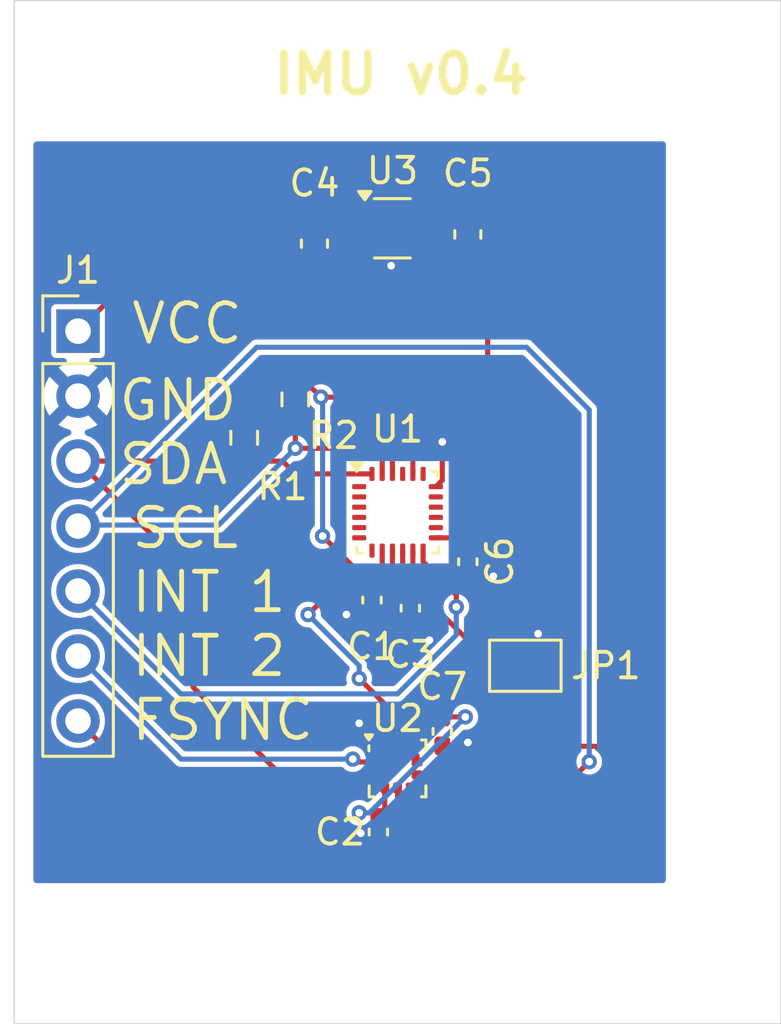
<source format=kicad_pcb>
(kicad_pcb (version 20241229) (generator "pcbnew") (generator_version "9.0")
  (title_block (title "IMU") (date "4/18/25") (rev "0.2"))
  (layers (0 "F.Cu" signal) (2 "B.Cu" signal) (13 "F.Paste" user) (15 "B.Paste" user) (5 "F.SilkS" user "F.Silkscreen") (7 "B.SilkS" user "B.Silkscreen") (1 "F.Mask" user) (3 "B.Mask" user) (25 "Edge.Cuts" user))
  (net 0 "")
  (net 1 "GND")
  (net 2 "/1.8v")
  (net 3 "Net-(U1-REGOUT)")
  (net 4 "Net-(J1-Pin_1)")
  (net 5 "/INT2")
  (net 6 "/FSYNC")
  (net 7 "/INT1")
  (net 22 "/SCL")
  (net 23 "/SDA")
  (footprint "MountingHole:MountingHole_2.7mm_M2.5" (layer "F.Cu") (at 138 117)
    (property "Reference" "REF**" (hide yes))
    (property "Value" "MountingHole_2.7mm_M2.5" (hide yes))
    (pad "" np_thru_hole circle (at 0 0) (size 2.7 2.7) (drill 2.7) (layers "*.Cu" "*.Mask"))
  )
  (footprint "Capacitor_SMD:C_0402_1005Metric_Pad0.74x0.62mm_HandSolder" (layer "F.Cu") (at 150.5 103.75 -90)
    (property "Reference" "C3" (at 1.8175 0 180) (layer "F.SilkS"))
    (property "Value" "0.1uf")
    (fp_line (start -0.115835 0.36) (end 0.115835 0.36) (stroke (width 0.12)) (layer "F.SilkS"))
    (fp_line (start -0.115835 -0.36) (end 0.115835 -0.36) (stroke (width 0.12)) (layer "F.SilkS"))
    (pad "1" smd roundrect (at -0.5675 0 270) (size 0.735 0.62) (layers "F.Cu" "F.Mask" "F.Paste") (net 3 "Net-(U1-REGOUT)"))
    (pad "2" smd roundrect (at 0.5675 0 270) (size 0.735 0.62) (layers "F.Cu" "F.Mask" "F.Paste") (net 1 "GND"))
  )
  (footprint "Jumper:SolderJumper-2_P1.3mm_Open_Pad1.0x1.5mm" (layer "F.Cu") (at 155 106)
    (property "Reference" "JP1" (at 3.15 0 0) (layer "F.SilkS"))
    (property "Value" "SolderJumper_2_Open")
    (fp_line (start -1.4 -1) (end 1.4 -1) (stroke (width 0.12)) (layer "F.SilkS"))
    (fp_line (start -1.4 1) (end -1.4 -1) (stroke (width 0.12)) (layer "F.SilkS"))
    (fp_line (start 1.4 -1) (end 1.4 1) (stroke (width 0.12)) (layer "F.SilkS"))
    (fp_line (start 1.4 1) (end -1.4 1) (stroke (width 0.12)) (layer "F.SilkS"))
    (pad "1" smd rect (at -0.65 0) (size 1 1.5) (layers "F.Cu" "F.Mask") (net 6 "/FSYNC"))
    (pad "2" smd rect (at 0.65 0) (size 1 1.5) (layers "F.Cu" "F.Mask") (net 1 "GND"))
  )
  (footprint "Resistor_SMD:R_0603_1608Metric_Pad0.98x0.95mm_HandSolder" (layer "F.Cu") (at 144 97.0875 -90)
    (property "Reference" "R1" (at 1.9125 -1.5 180) (layer "F.SilkS"))
    (property "Value" "2.2k")
    (fp_line (start -0.254724 0.5225) (end 0.254724 0.5225) (stroke (width 0.12)) (layer "F.SilkS"))
    (fp_line (start -0.254724 -0.5225) (end 0.254724 -0.5225) (stroke (width 0.12)) (layer "F.SilkS"))
    (pad "1" smd roundrect (at -0.9125 0 270) (size 0.975 0.95) (layers "F.Cu" "F.Mask" "F.Paste") (net 2 "/1.8v"))
    (pad "2" smd roundrect (at 0.9125 0 270) (size 0.975 0.95) (layers "F.Cu" "F.Mask" "F.Paste") (net 23 "/SDA"))
  )
  (footprint "Capacitor_SMD:C_0402_1005Metric_Pad0.74x0.62mm_HandSolder" (layer "F.Cu") (at 151.75 108.5675 -90)
    (property "Reference" "C7" (at -1.75 0 180) (layer "F.SilkS"))
    (property "Value" "0.1uf")
    (fp_line (start -0.115835 0.36) (end 0.115835 0.36) (stroke (width 0.12)) (layer "F.SilkS"))
    (fp_line (start -0.115835 -0.36) (end 0.115835 -0.36) (stroke (width 0.12)) (layer "F.SilkS"))
    (pad "1" smd roundrect (at -0.5675 0 270) (size 0.735 0.62) (layers "F.Cu" "F.Mask" "F.Paste") (net 2 "/1.8v"))
    (pad "2" smd roundrect (at 0.5675 0 270) (size 0.735 0.62) (layers "F.Cu" "F.Mask" "F.Paste") (net 1 "GND"))
  )
  (footprint "Connector_PinHeader_2.54mm:PinHeader_1x07_P2.54mm_Vertical" (layer "F.Cu") (at 137.5 92.92)
    (property "Reference" "J1" (at 0 -2.38 0) (layer "F.SilkS"))
    (property "Value" "Pin Bus")
    (fp_line (start -1.38 -1.38) (end 0 -1.38) (stroke (width 0.12)) (layer "F.SilkS"))
    (fp_line (start -1.38 0) (end -1.38 -1.38) (stroke (width 0.12)) (layer "F.SilkS"))
    (fp_line (start -1.38 1.27) (end -1.38 16.62) (stroke (width 0.12)) (layer "F.SilkS"))
    (fp_line (start -1.38 1.27) (end 1.38 1.27) (stroke (width 0.12)) (layer "F.SilkS"))
    (fp_line (start -1.38 16.62) (end 1.38 16.62) (stroke (width 0.12)) (layer "F.SilkS"))
    (fp_line (start 1.38 1.27) (end 1.38 16.62) (stroke (width 0.12)) (layer "F.SilkS"))
    (pad "1" thru_hole rect (at 0 0) (size 1.7 1.7) (drill 1) (layers "*.Cu" "*.Mask") (net 4 "Net-(J1-Pin_1)"))
    (pad "2" thru_hole circle (at 0 2.54) (size 1.7 1.7) (drill 1) (layers "*.Cu" "*.Mask") (net 1 "GND"))
    (pad "3" thru_hole circle (at 0 5.08) (size 1.7 1.7) (drill 1) (layers "*.Cu" "*.Mask") (net 23 "/SDA"))
    (pad "4" thru_hole circle (at 0 7.62) (size 1.7 1.7) (drill 1) (layers "*.Cu" "*.Mask") (net 22 "/SCL"))
    (pad "5" thru_hole circle (at 0 10.16) (size 1.7 1.7) (drill 1) (layers "*.Cu" "*.Mask") (net 7 "/INT1"))
    (pad "6" thru_hole circle (at 0 12.7) (size 1.7 1.7) (drill 1) (layers "*.Cu" "*.Mask") (net 5 "/INT2"))
    (pad "7" thru_hole circle (at 0 15.24) (size 1.7 1.7) (drill 1) (layers "*.Cu" "*.Mask") (net 6 "/FSYNC"))
  )
  (footprint "Capacitor_SMD:C_0402_1005Metric_Pad0.74x0.62mm_HandSolder" (layer "F.Cu") (at 149 103.4325 -90)
    (property "Reference" "C1" (at 1.8175 0 180) (layer "F.SilkS"))
    (property "Value" "0.1uf")
    (fp_line (start -0.115835 0.36) (end 0.115835 0.36) (stroke (width 0.12)) (layer "F.SilkS"))
    (fp_line (start -0.115835 -0.36) (end 0.115835 -0.36) (stroke (width 0.12)) (layer "F.SilkS"))
    (pad "1" smd roundrect (at -0.5675 0 270) (size 0.735 0.62) (layers "F.Cu" "F.Mask" "F.Paste") (net 2 "/1.8v"))
    (pad "2" smd roundrect (at 0.5675 0 270) (size 0.735 0.62) (layers "F.Cu" "F.Mask" "F.Paste") (net 1 "GND"))
  )
  (footprint "MountingHole:MountingHole_2.7mm_M2.5" (layer "F.Cu") (at 162 117)
    (property "Reference" "REF**" (hide yes))
    (property "Value" "MountingHole_2.7mm_M2.5" (hide yes))
    (pad "" np_thru_hole circle (at 0 0) (size 2.7 2.7) (drill 2.7) (layers "*.Cu" "*.Mask"))
  )
  (footprint "Capacitor_SMD:C_0603_1608Metric_Pad1.08x0.95mm_HandSolder" (layer "F.Cu") (at 152.75 89.1375 -90)
    (property "Reference" "C5" (at -2.3875 0 180) (layer "F.SilkS"))
    (property "Value" "1uf")
    (fp_line (start -0.146267 0.51) (end 0.146267 0.51) (stroke (width 0.12)) (layer "F.SilkS"))
    (fp_line (start -0.146267 -0.51) (end 0.146267 -0.51) (stroke (width 0.12)) (layer "F.SilkS"))
    (pad "1" smd roundrect (at -0.8625 0 270) (size 1.075 0.95) (layers "F.Cu" "F.Mask" "F.Paste") (net 2 "/1.8v"))
    (pad "2" smd roundrect (at 0.8625 0 270) (size 1.075 0.95) (layers "F.Cu" "F.Mask" "F.Paste") (net 1 "GND"))
  )
  (footprint "Resistor_SMD:R_0603_1608Metric_Pad0.98x0.95mm_HandSolder" (layer "F.Cu") (at 146 95.5875 -90)
    (property "Reference" "R2" (at 1.4125 -1.5 180) (layer "F.SilkS"))
    (property "Value" "2.2k")
    (fp_line (start -0.254724 0.5225) (end 0.254724 0.5225) (stroke (width 0.12)) (layer "F.SilkS"))
    (fp_line (start -0.254724 -0.5225) (end 0.254724 -0.5225) (stroke (width 0.12)) (layer "F.SilkS"))
    (pad "1" smd roundrect (at -0.9125 0 270) (size 0.975 0.95) (layers "F.Cu" "F.Mask" "F.Paste") (net 2 "/1.8v"))
    (pad "2" smd roundrect (at 0.9125 0 270) (size 0.975 0.95) (layers "F.Cu" "F.Mask" "F.Paste") (net 22 "/SCL"))
  )
  (footprint "MountingHole:MountingHole_2.7mm_M2.5" (layer "F.Cu") (at 162 83)
    (property "Reference" "REF**" (hide yes))
    (property "Value" "MountingHole_2.7mm_M2.5" (hide yes))
    (pad "" np_thru_hole circle (at 0 0) (size 2.7 2.7) (drill 2.7) (layers "*.Cu" "*.Mask"))
  )
  (footprint "Package_TO_SOT_SMD:SOT-353_SC-70-5" (layer "F.Cu") (at 149.8 88.9)
    (property "Reference" "U3" (at 0 -2.25 0) (layer "F.SilkS"))
    (property "Value" "MIC5365-1.8YC5")
    (fp_line (start -0.71 -1.16) (end 0.7 -1.16) (stroke (width 0.12)) (layer "F.SilkS"))
    (fp_line (start -0.7 1.16) (end 0.7 1.16) (stroke (width 0.12)) (layer "F.SilkS"))
    (fp_poly (pts (xy -1.08 -1.11) (xy -1.32 -1.44) (xy -0.84 -1.44) (xy -1.08 -1.11)) (stroke (width 0.12)) (fill yes) (layer "F.SilkS"))
    (pad "1" smd roundrect (at -0.95 -0.65) (size 0.65 0.4) (layers "F.Cu" "F.Mask" "F.Paste") (net 4 "Net-(J1-Pin_1)"))
    (pad "2" smd roundrect (at -0.95 0) (size 0.65 0.4) (layers "F.Cu" "F.Mask" "F.Paste") (net 1 "GND"))
    (pad "3" smd roundrect (at -0.95 0.65) (size 0.65 0.4) (layers "F.Cu" "F.Mask" "F.Paste") (net 4 "Net-(J1-Pin_1)"))
    (pad "4" smd roundrect (at 0.95 0.65) (size 0.65 0.4) (layers "F.Cu" "F.Mask" "F.Paste"))
    (pad "5" smd roundrect (at 0.95 -0.65) (size 0.65 0.4) (layers "F.Cu" "F.Mask" "F.Paste") (net 2 "/1.8v"))
  )
  (footprint "Package_LGA:ST_HLGA-10_2x2mm_P0.5mm_LayoutBorder3x2y" (layer "F.Cu") (at 150 110.0125)
    (property "Reference" "U2" (at 0 -1.95 0) (layer "F.SilkS"))
    (property "Value" "~")
    (fp_line (start -1.12 -0.685) (end -1.12 -0.88) (stroke (width 0.12)) (layer "F.SilkS"))
    (fp_line (start -1.11 1.11) (end -1.11 0.685) (stroke (width 0.12)) (layer "F.SilkS"))
    (fp_line (start -0.935 1.11) (end -1.11 1.11) (stroke (width 0.12)) (layer "F.SilkS"))
    (fp_line (start 0.935 -1.11) (end 1.11 -1.11) (stroke (width 0.12)) (layer "F.SilkS"))
    (fp_line (start 0.935 1.11) (end 1.11 1.11) (stroke (width 0.12)) (layer "F.SilkS"))
    (fp_line (start 1.11 -1.11) (end 1.11 -0.685) (stroke (width 0.12)) (layer "F.SilkS"))
    (fp_line (start 1.11 1.11) (end 1.11 0.685) (stroke (width 0.12)) (layer "F.SilkS"))
    (fp_poly (pts (xy -1.12 -1.12) (xy -1.26 -1.31) (xy -0.98 -1.31)) (stroke (width 0.12)) (fill yes) (layer "F.SilkS"))
    (pad "1" smd roundrect (at 0.7625 -0.25) (size 0.425 0.35) (layers "F.Cu" "F.Mask" "F.Paste") (net 2 "/1.8v"))
    (pad "2" smd roundrect (at 0.7625 0.25) (size 0.425 0.35) (layers "F.Cu" "F.Mask" "F.Paste") (net 22 "/SCL"))
    (pad "3" smd roundrect (at 0.5 0.7625) (size 0.35 0.425) (layers "F.Cu" "F.Mask" "F.Paste"))
    (pad "4" smd roundrect (at 0 0.7625) (size 0.35 0.425) (layers "F.Cu" "F.Mask" "F.Paste") (net 23 "/SDA"))
    (pad "5" smd roundrect (at -0.5 0.7625) (size 0.35 0.425) (layers "F.Cu" "F.Mask" "F.Paste") (net 2 "/1.8v"))
    (pad "6" smd roundrect (at -0.7625 0.25) (size 0.425 0.35) (layers "F.Cu" "F.Mask" "F.Paste") (net 2 "/1.8v"))
    (pad "7" smd roundrect (at -0.7625 -0.25) (size 0.425 0.35) (layers "F.Cu" "F.Mask" "F.Paste") (net 5 "/INT2"))
    (pad "8" smd roundrect (at -0.5 -0.7625) (size 0.35 0.425) (layers "F.Cu" "F.Mask" "F.Paste"))
    (pad "9" smd roundrect (at 0 -0.7625) (size 0.35 0.425) (layers "F.Cu" "F.Mask" "F.Paste"))
    (pad "10" smd roundrect (at 0.5 -0.7625) (size 0.35 0.425) (layers "F.Cu" "F.Mask" "F.Paste") (net 2 "/1.8v"))
  )
  (footprint "Capacitor_SMD:C_0402_1005Metric_Pad0.74x0.62mm_HandSolder" (layer "F.Cu") (at 149.25 112.5 -90)
    (property "Reference" "C2" (at 0 1.5 180) (layer "F.SilkS"))
    (property "Value" "0.1uf")
    (fp_line (start -0.115835 0.36) (end 0.115835 0.36) (stroke (width 0.12)) (layer "F.SilkS"))
    (fp_line (start -0.115835 -0.36) (end 0.115835 -0.36) (stroke (width 0.12)) (layer "F.SilkS"))
    (pad "1" smd roundrect (at -0.5675 0 270) (size 0.735 0.62) (layers "F.Cu" "F.Mask" "F.Paste") (net 2 "/1.8v"))
    (pad "2" smd roundrect (at 0.5675 0 270) (size 0.735 0.62) (layers "F.Cu" "F.Mask" "F.Paste") (net 1 "GND"))
  )
  (footprint "Capacitor_SMD:C_0402_1005Metric_Pad0.74x0.62mm_HandSolder" (layer "F.Cu") (at 152.75 101.9325 -90)
    (property "Reference" "C6" (at 0 -1.25 90) (layer "F.SilkS"))
    (property "Value" "0.1uf")
    (fp_line (start -0.115835 0.36) (end 0.115835 0.36) (stroke (width 0.12)) (layer "F.SilkS"))
    (fp_line (start -0.115835 -0.36) (end 0.115835 -0.36) (stroke (width 0.12)) (layer "F.SilkS"))
    (pad "1" smd roundrect (at -0.5675 0 270) (size 0.735 0.62) (layers "F.Cu" "F.Mask" "F.Paste") (net 2 "/1.8v"))
    (pad "2" smd roundrect (at 0.5675 0 270) (size 0.735 0.62) (layers "F.Cu" "F.Mask" "F.Paste") (net 1 "GND"))
  )
  (footprint "MountingHole:MountingHole_2.7mm_M2.5" (layer "F.Cu") (at 138 83)
    (property "Reference" "REF**" (hide yes))
    (property "Value" "MountingHole_2.7mm_M2.5" (hide yes))
    (pad "" np_thru_hole circle (at 0 0) (size 2.7 2.7) (drill 2.7) (layers "*.Cu" "*.Mask"))
  )
  (footprint "Sensor_Motion:InvenSense_QFN-24_3x3mm_P0.4mm" (layer "F.Cu") (at 150 100)
    (property "Reference" "U1" (at 0 -3.25 0) (layer "F.SilkS"))
    (property "Value" "ICM-20948")
    (fp_line (start -1.6 1.6) (end -1.6 1.35) (stroke (width 0.12)) (layer "F.SilkS"))
    (fp_line (start -1.6 1.6) (end -1.35 1.6) (stroke (width 0.12)) (layer "F.SilkS"))
    (fp_line (start 1.6 -1.6) (end 1.35 -1.6) (stroke (width 0.12)) (layer "F.SilkS"))
    (fp_line (start 1.6 -1.6) (end 1.6 -1.35) (stroke (width 0.12)) (layer "F.SilkS"))
    (fp_line (start 1.6 1.6) (end 1.35 1.6) (stroke (width 0.12)) (layer "F.SilkS"))
    (fp_line (start 1.6 1.6) (end 1.6 1.35) (stroke (width 0.12)) (layer "F.SilkS"))
    (fp_poly (pts (xy -1.6 -1.6) (xy -1.84 -1.93) (xy -1.36 -1.93) (xy -1.6 -1.6)) (stroke (width 0.12)) (fill yes) (layer "F.SilkS"))
    (pad "1" smd roundrect (at -1.5 -1) (size 0.55 0.2) (layers "F.Cu" "F.Mask" "F.Paste"))
    (pad "2" smd roundrect (at -1.5 -0.6) (size 0.55 0.2) (layers "F.Cu" "F.Mask" "F.Paste"))
    (pad "3" smd roundrect (at -1.5 -0.2) (size 0.55 0.2) (layers "F.Cu" "F.Mask" "F.Paste"))
    (pad "4" smd roundrect (at -1.5 0.2) (size 0.55 0.2) (layers "F.Cu" "F.Mask" "F.Paste"))
    (pad "5" smd roundrect (at -1.5 0.6) (size 0.55 0.2) (layers "F.Cu" "F.Mask" "F.Paste"))
    (pad "6" smd roundrect (at -1.5 1) (size 0.55 0.2) (layers "F.Cu" "F.Mask" "F.Paste"))
    (pad "7" smd roundrect (at -1 1.5 90) (size 0.55 0.2) (layers "F.Cu" "F.Mask" "F.Paste"))
    (pad "8" smd roundrect (at -0.6 1.5 90) (size 0.55 0.2) (layers "F.Cu" "F.Mask" "F.Paste") (net 2 "/1.8v"))
    (pad "9" smd roundrect (at -0.2 1.5 90) (size 0.55 0.2) (layers "F.Cu" "F.Mask" "F.Paste") (net 1 "GND"))
    (pad "10" smd roundrect (at 0.2 1.5 90) (size 0.55 0.2) (layers "F.Cu" "F.Mask" "F.Paste") (net 3 "Net-(U1-REGOUT)"))
    (pad "11" smd roundrect (at 0.6 1.5 90) (size 0.55 0.2) (layers "F.Cu" "F.Mask" "F.Paste") (net 6 "/FSYNC"))
    (pad "12" smd roundrect (at 1 1.5 90) (size 0.55 0.2) (layers "F.Cu" "F.Mask" "F.Paste") (net 7 "/INT1"))
    (pad "13" smd roundrect (at 1.5 1) (size 0.55 0.2) (layers "F.Cu" "F.Mask" "F.Paste") (net 2 "/1.8v"))
    (pad "14" smd roundrect (at 1.5 0.6) (size 0.55 0.2) (layers "F.Cu" "F.Mask" "F.Paste"))
    (pad "15" smd roundrect (at 1.5 0.2) (size 0.55 0.2) (layers "F.Cu" "F.Mask" "F.Paste"))
    (pad "16" smd roundrect (at 1.5 -0.2) (size 0.55 0.2) (layers "F.Cu" "F.Mask" "F.Paste"))
    (pad "17" smd roundrect (at 1.5 -0.6) (size 0.55 0.2) (layers "F.Cu" "F.Mask" "F.Paste"))
    (pad "18" smd roundrect (at 1.5 -1) (size 0.55 0.2) (layers "F.Cu" "F.Mask" "F.Paste") (net 1 "GND"))
    (pad "19" smd roundrect (at 1 -1.5 90) (size 0.55 0.2) (layers "F.Cu" "F.Mask" "F.Paste"))
    (pad "20" smd roundrect (at 0.6 -1.5 90) (size 0.55 0.2) (layers "F.Cu" "F.Mask" "F.Paste") (net 1 "GND"))
    (pad "21" smd roundrect (at 0.2 -1.5 90) (size 0.55 0.2) (layers "F.Cu" "F.Mask" "F.Paste"))
    (pad "22" smd roundrect (at -0.2 -1.5 90) (size 0.55 0.2) (layers "F.Cu" "F.Mask" "F.Paste") (net 2 "/1.8v"))
    (pad "23" smd roundrect (at -0.6 -1.5 90) (size 0.55 0.2) (layers "F.Cu" "F.Mask" "F.Paste") (net 22 "/SCL"))
    (pad "24" smd roundrect (at -1 -1.5 90) (size 0.55 0.2) (layers "F.Cu" "F.Mask" "F.Paste") (net 23 "/SDA"))
  )
  (footprint "Capacitor_SMD:C_0603_1608Metric_Pad1.08x0.95mm_HandSolder" (layer "F.Cu") (at 146.75 89.5 -90)
    (property "Reference" "C4" (at -2.3625 0 180) (layer "F.SilkS"))
    (property "Value" "1uf")
    (fp_line (start -0.146267 0.51) (end 0.146267 0.51) (stroke (width 0.12)) (layer "F.SilkS"))
    (fp_line (start -0.146267 -0.51) (end 0.146267 -0.51) (stroke (width 0.12)) (layer "F.SilkS"))
    (pad "1" smd roundrect (at -0.8625 0 270) (size 1.075 0.95) (layers "F.Cu" "F.Mask" "F.Paste") (net 4 "Net-(J1-Pin_1)"))
    (pad "2" smd roundrect (at 0.8625 0 270) (size 1.075 0.95) (layers "F.Cu" "F.Mask" "F.Paste") (net 1 "GND"))
  )
  (gr_rect (start 135 80) (end 165 120) (stroke (width 0.05)) (fill no) (layer "Edge.Cuts"))
  (gr_text "SDA" (at 139 99 0) (layer "F.SilkS") (effects (font (size 1.5 1.5) (thickness 0.1875)) (justify left bottom)))
  (gr_text "FSYNC" (at 139.5 109 0) (layer "F.SilkS") (effects (font (size 1.5 1.5) (thickness 0.1875)) (justify left bottom)))
  (gr_text "INT 2" (at 139.5 106.5 0) (layer "F.SilkS") (effects (font (size 1.5 1.5) (thickness 0.1875)) (justify left bottom)))
  (gr_text "GND" (at 139 96.5 0) (layer "F.SilkS") (effects (font (size 1.5 1.5) (thickness 0.1875)) (justify left bottom)))
  (gr_text "INT 1" (at 139.5 104 0) (layer "F.SilkS") (effects (font (size 1.5 1.5) (thickness 0.1875)) (justify left bottom)))
  (gr_text "VCC" (at 139.5 93.5 0) (layer "F.SilkS") (effects (font (size 1.5 1.5) (thickness 0.1875)) (justify left bottom)))
  (gr_text "IMU v0.4" (at 145 83.75 0) (layer "F.SilkS") (effects (font (size 1.5 1.5) (thickness 0.3) (bold yes)) (justify left bottom)))
  (gr_text "SCL" (at 139.5 101.5 0) (layer "F.SilkS") (effects (font (size 1.5 1.5) (thickness 0.1875)) (justify left bottom)))
  (segment (start 149.8 101.5) (end 149.8 103.2) (width 0.2) (layer "F.Cu") (net 1))
  (segment (start 155.65 104.9) (end 155.5 104.75) (width 0.2) (layer "F.Cu") (net 1))
  (segment (start 155.65 106) (end 155.65 104.9) (width 0.2) (layer "F.Cu") (net 1))
  (segment (start 148.85 88.9) (end 149.174999 88.9) (width 0.2) (layer "F.Cu") (net 1))
  (segment (start 149 104) (end 148 104) (width 0.2) (layer "F.Cu") (net 1))
  (segment (start 151.25 97.25) (end 151.75 97.25) (width 0.2) (layer "F.Cu") (net 1))
  (segment (start 152.3875 90.3625) (end 152.75 90) (width 0.2) (layer "F.Cu") (net 1))
  (segment (start 151.75 98.75) (end 151.75 97.25) (width 0.2) (layer "F.Cu") (net 1))
  (segment (start 150.6 97.9) (end 151.25 97.25) (width 0.2) (layer "F.Cu") (net 1))
  (segment (start 150.5675 104.3175) (end 151.25 105) (width 0.2) (layer "F.Cu") (net 1))
  (segment (start 149.75 89.475001) (end 149.75 90.3625) (width 0.2) (layer "F.Cu") (net 1))
  (segment (start 150.5 104.3175) (end 150.5675 104.3175) (width 0.2) (layer "F.Cu") (net 1))
  (segment (start 149.081853 113.0675) (end 148.56195 112.547597) (width 0.2) (layer "F.Cu") (net 1))
  (segment (start 149.5 109.25) (end 150 109.25) (width 0.2) (layer "F.Cu") (net 1))
  (segment (start 152.615 109.135) (end 152.75 109) (width 0.2) (layer "F.Cu") (net 1))
  (segment (start 149.174999 88.9) (end 149.75 89.475001) (width 0.2) (layer "F.Cu") (net 1))
  (segment (start 151.75 109.135) (end 152.615 109.135) (width 0.2) (layer "F.Cu") (net 1))
  (segment (start 149.5 109.25) (end 148.5 108.25) (width 0.2) (layer "F.Cu") (net 1))
  (segment (start 152.75 102.5) (end 153.75 102.5) (width 0.2) (layer "F.Cu") (net 1))
  (segment (start 150.6 98.5) (end 150.6 97.9) (width 0.2) (layer "F.Cu") (net 1))
  (segment (start 149.25 113.0675) (end 149.081853 113.0675) (width 0.2) (layer "F.Cu") (net 1))
  (segment (start 149.8 103.2) (end 149 104) (width 0.2) (layer "F.Cu") (net 1))
  (segment (start 146.75 90.3625) (end 149.75 90.3625) (width 0.2) (layer "F.Cu") (net 1))
  (segment (start 151.5 99) (end 151.75 98.75) (width 0.2) (layer "F.Cu") (net 1))
  (segment (start 149.75 90.3625) (end 152.3875 90.3625) (width 0.2) (layer "F.Cu") (net 1))
  (via (at 148.56195 112.547597) (size 0.6) (drill 0.3) (layers "F.Cu" "B.Cu") (net 1))
  (via (at 152.75 109) (size 0.6) (drill 0.3) (layers "F.Cu" "B.Cu") (net 1))
  (via (at 151.25 105) (size 0.6) (drill 0.3) (layers "F.Cu" "B.Cu") (net 1))
  (via (at 148.5 108.25) (size 0.6) (drill 0.3) (layers "F.Cu" "B.Cu") (net 1))
  (via (at 149.75 90.3625) (size 0.6) (drill 0.3) (layers "F.Cu" "B.Cu") (net 1))
  (via (at 153.75 102.5) (size 0.6) (drill 0.3) (layers "F.Cu" "B.Cu") (net 1))
  (via (at 148 104) (size 0.6) (drill 0.3) (layers "F.Cu" "B.Cu") (net 1))
  (via (at 155.5 104.75) (size 0.6) (drill 0.3) (layers "F.Cu" "B.Cu") (net 1))
  (via (at 151.75 97.25) (size 0.6) (drill 0.3) (layers "F.Cu" "B.Cu") (net 1))
  (segment (start 149.75 90.3625) (end 149.75 90.25) (width 0.2) (layer "B.Cu") (net 1))
  (segment (start 150.5 109.25) (end 151.75 108) (width 0.2) (layer "F.Cu") (net 2))
  (segment (start 149 102.865) (end 147.635 102.865) (width 0.2) (layer "F.Cu") (net 2))
  (segment (start 145.5 94.675) (end 144 96.175) (width 0.2) (layer "F.Cu") (net 2))
  (segment (start 149.2375 110.2625) (end 149.225 110.25) (width 0.2) (layer "F.Cu") (net 2))
  (segment (start 146.175 94.675) (end 147 95.5) (width 0.2) (layer "F.Cu") (net 2))
  (segment (start 149.5 110.775) (end 149.5 111.6825) (width 0.2) (layer "F.Cu") (net 2))
  (segment (start 149.4 102.465) (end 149 102.865) (width 0.2) (layer "F.Cu") (net 2))
  (segment (start 149.5 111.6825) (end 149.25 111.9325) (width 0.2) (layer "F.Cu") (net 2))
  (segment (start 152.75 88.275) (end 153.526 89.051) (width 0.2) (layer "F.Cu") (net 2))
  (segment (start 149.4 101.5) (end 149.4 102.465) (width 0.2) (layer "F.Cu") (net 2))
  (segment (start 151.75 108) (end 152.65 108) (width 0.2) (layer "F.Cu") (net 2))
  (segment (start 151.5 101) (end 152.385 101) (width 0.2) (layer "F.Cu") (net 2))
  (segment (start 147.0675 100.9325) (end 149 102.865) (width 0.2) (layer "F.Cu") (net 2))
  (segment (start 150.7625 109.5125) (end 150.5 109.25) (width 0.2) (layer "F.Cu") (net 2))
  (segment (start 153.526 100.589) (end 152.75 101.365) (width 0.2) (layer "F.Cu") (net 2))
  (segment (start 149.2375 110.5125) (end 149.5 110.775) (width 0.2) (layer "F.Cu") (net 2))
  (segment (start 150.7625 109.7625) (end 150.7625 109.5125) (width 0.2) (layer "F.Cu") (net 2))
  (segment (start 148.5 111.75) (end 149.0675 111.75) (width 0.2) (layer "F.Cu") (net 2))
  (segment (start 150.775 109.75) (end 150.7625 109.7625) (width 0.2) (layer "F.Cu") (net 2))
  (segment (start 147.635 102.865) (end 146.5 104) (width 0.2) (layer "F.Cu") (net 2))
  (segment (start 146 94.675) (end 146.175 94.675) (width 0.2) (layer "F.Cu") (net 2))
  (segment (start 152.385 101) (end 152.75 101.365) (width 0.2) (layer "F.Cu") (net 2))
  (segment (start 152.725 88.25) (end 152.75 88.275) (width 0.2) (layer "F.Cu") (net 2))
  (segment (start 152.75 96.474) (end 152.75 101.365) (width 0.2) (layer "F.Cu") (net 2))
  (segment (start 146 94.675) (end 145.5 94.675) (width 0.2) (layer "F.Cu") (net 2))
  (segment (start 151.75 108) (end 150 108) (width 0.2) (layer "F.Cu") (net 2))
  (segment (start 149.0675 111.75) (end 149.25 111.9325) (width 0.2) (layer "F.Cu") (net 2))
  (segment (start 149.8 98.5) (end 149.8 97.476) (width 0.2) (layer "F.Cu") (net 2))
  (segment (start 150 108) (end 148.5 106.5) (width 0.2) (layer "F.Cu") (net 2))
  (segment (start 149.2375 110.2625) (end 149.2375 110.5125) (width 0.2) (layer "F.Cu") (net 2))
  (segment (start 153.526 89.051) (end 153.526 100.589) (width 0.2) (layer "F.Cu") (net 2))
  (segment (start 151.776 95.5) (end 152.75 96.474) (width 0.2) (layer "F.Cu") (net 2))
  (segment (start 150.75 88.25) (end 152.725 88.25) (width 0.2) (layer "F.Cu") (net 2))
  (segment (start 149.8 97.476) (end 151.776 95.5) (width 0.2) (layer "F.Cu") (net 2))
  (segment (start 147 95.5) (end 151.776 95.5) (width 0.2) (layer "F.Cu") (net 2))
  (via (at 152.65 108) (size 0.6) (drill 0.3) (layers "F.Cu" "B.Cu") (net 2))
  (via (at 147.0675 100.9325) (size 0.6) (drill 0.3) (layers "F.Cu" "B.Cu") (net 2))
  (via (at 147 95.5) (size 0.6) (drill 0.3) (layers "F.Cu" "B.Cu") (net 2))
  (via (at 146.5 104) (size 0.6) (drill 0.3) (layers "F.Cu" "B.Cu") (net 2))
  (via (at 148.5 106.5) (size 0.6) (drill 0.3) (layers "F.Cu" "B.Cu") (net 2))
  (via (at 148.5 111.75) (size 0.6) (drill 0.3) (layers "F.Cu" "B.Cu") (net 2))
  (segment (start 147.0675 100.9325) (end 147.0675 95.5675) (width 0.2) (layer "B.Cu") (net 2))
  (segment (start 146.9325 100.9325) (end 147 100.865) (width 0.2) (layer "B.Cu") (net 2))
  (segment (start 147.0675 100.9325) (end 146.9325 100.9325) (width 0.2) (layer "B.Cu") (net 2))
  (segment (start 152.65 108) (end 148.9 111.75) (width 0.2) (layer "B.Cu") (net 2))
  (segment (start 148.5 106) (end 146.5 104) (width 0.2) (layer "B.Cu") (net 2))
  (segment (start 148.9 111.75) (end 148.5 111.75) (width 0.2) (layer "B.Cu") (net 2))
  (segment (start 147.0675 95.5675) (end 147 95.5) (width 0.2) (layer "B.Cu") (net 2))
  (segment (start 148.5 106.5) (end 148.5 106) (width 0.2) (layer "B.Cu") (net 2))
  (segment (start 150.2 102.8825) (end 150.5 103.1825) (width 0.2) (layer "F.Cu") (net 3))
  (segment (start 150.2 101.5) (end 150.2 102.8825) (width 0.2) (layer "F.Cu") (net 3))
  (segment (start 148.85 89.55) (end 147.6625 89.55) (width 0.2) (layer "F.Cu") (net 4))
  (segment (start 146.75 88.6375) (end 147.1375 88.25) (width 0.2) (layer "F.Cu") (net 4))
  (segment (start 146.75 88.6375) (end 141.7825 88.6375) (width 0.2) (layer "F.Cu") (net 4))
  (segment (start 147.6625 89.55) (end 146.75 88.6375) (width 0.2) (layer "F.Cu") (net 4))
  (segment (start 147.1375 88.25) (end 148.85 88.25) (width 0.2) (layer "F.Cu") (net 4))
  (segment (start 146.5825 88.47) (end 146.75 88.6375) (width 0.2) (layer "F.Cu") (net 4))
  (segment (start 141.7825 88.6375) (end 137.5 92.92) (width 0.2) (layer "F.Cu") (net 4))
  (segment (start 148.3625 109.7625) (end 148.25 109.65) (width 0.2) (layer "F.Cu") (net 5))
  (segment (start 149.2375 109.7625) (end 148.3625 109.7625) (width 0.2) (layer "F.Cu") (net 5))
  (via (at 148.25 109.65) (size 0.6) (drill 0.3) (layers "F.Cu" "B.Cu") (net 5))
  (segment (start 148.25 109.65) (end 141.53 109.65) (width 0.2) (layer "B.Cu") (net 5))
  (segment (start 141.53 109.65) (end 137.5 105.62) (width 0.2) (layer "B.Cu") (net 5))
  (segment (start 151.25 102.75) (end 151.25 103.5) (width 0.2) (layer "F.Cu") (net 6))
  (segment (start 153.962943 114.137) (end 143.477 114.137) (width 0.2) (layer "F.Cu") (net 6))
  (segment (start 143.477 114.137) (end 137.5 108.16) (width 0.2) (layer "F.Cu") (net 6))
  (segment (start 150.6 102.1) (end 151.25 102.75) (width 0.2) (layer "F.Cu") (net 6))
  (segment (start 153.962943 114.137) (end 158.101 109.998943) (width 0.2) (layer "F.Cu") (net 6))
  (segment (start 158.101 109.501057) (end 157.748943 109.149) (width 0.2) (layer "F.Cu") (net 6))
  (segment (start 157.748943 109.149) (end 156.849 109.149) (width 0.2) (layer "F.Cu") (net 6))
  (segment (start 154.35 106) (end 153.75 106) (width 0.2) (layer "F.Cu") (net 6))
  (segment (start 156.849 109.149) (end 154.35 106.65) (width 0.2) (layer "F.Cu") (net 6))
  (segment (start 158.101 109.998943) (end 158.101 109.501057) (width 0.2) (layer "F.Cu") (net 6))
  (segment (start 150.6 101.5) (end 150.6 102.1) (width 0.2) (layer "F.Cu") (net 6))
  (segment (start 153.75 106) (end 151.25 103.5) (width 0.2) (layer "F.Cu") (net 6))
  (segment (start 154.35 106.65) (end 154.35 106) (width 0.2) (layer "F.Cu") (net 6))
  (segment (start 151 101.9329) (end 151 101.5) (width 0.2) (layer "F.Cu") (net 7))
  (segment (start 152.299265 103.232165) (end 151 101.9329) (width 0.2) (layer "F.Cu") (net 7))
  (segment (start 152.299265 103.700735) (end 152.299265 103.232165) (width 0.2) (layer "F.Cu") (net 7))
  (via (at 152.299265 103.700735) (size 0.6) (drill 0.3) (layers "F.Cu" "B.Cu") (net 7))
  (segment (start 149.999943 107.1) (end 141.52 107.1) (width 0.2) (layer "B.Cu") (net 7))
  (segment (start 149.999943 107.1) (end 152.299265 104.800678) (width 0.2) (layer "B.Cu") (net 7))
  (segment (start 152.299265 104.800678) (end 152.299265 103.700735) (width 0.2) (layer "B.Cu") (net 7))
  (segment (start 141.52 107.1) (end 137.5 103.08) (width 0.2) (layer "B.Cu") (net 7))
  (segment (start 149.4 98.5) (end 149.4 97.9) (width 0.2) (layer "F.Cu") (net 22))
  (segment (start 146 96.5) (end 146 97.5) (width 0.2) (layer "F.Cu") (net 22))
  (segment (start 157.5 109.75) (end 156.9875 110.2625) (width 0.2) (layer "F.Cu") (net 22))
  (segment (start 149.4 97.9) (end 149 97.5) (width 0.2) (layer "F.Cu") (net 22))
  (segment (start 149 97.5) (end 146 97.5) (width 0.2) (layer "F.Cu") (net 22))
  (segment (start 156.9875 110.2625) (end 150.7625 110.2625) (width 0.2) (layer "F.Cu") (net 22))
  (via (at 157.5 109.75) (size 0.6) (drill 0.3) (layers "F.Cu" "B.Cu") (net 22))
  (via (at 146 97.5) (size 0.6) (drill 0.3) (layers "F.Cu" "B.Cu") (net 22))
  (segment (start 137.54 100.5) (end 137.5 100.54) (width 0.2) (layer "B.Cu") (net 22))
  (segment (start 155.05 93.55) (end 144.49 93.55) (width 0.2) (layer "B.Cu") (net 22))
  (segment (start 155.05 93.55) (end 157.5 96) (width 0.2) (layer "B.Cu") (net 22))
  (segment (start 143 100.5) (end 137.54 100.5) (width 0.2) (layer "B.Cu") (net 22))
  (segment (start 146 97.5) (end 143 100.5) (width 0.2) (layer "B.Cu") (net 22))
  (segment (start 157.5 96) (end 157.5 109.75) (width 0.2) (layer "B.Cu") (net 22))
  (segment (start 144.49 93.55) (end 137.5 100.54) (width 0.2) (layer "B.Cu") (net 22))
  (segment (start 146 98.5) (end 145.5 98) (width 0.2) (layer "F.Cu") (net 23))
  (segment (start 148.901824 113.736) (end 142 106.834176) (width 0.2) (layer "F.Cu") (net 23))
  (segment (start 145.5 98) (end 144.5 98) (width 0.2) (layer "F.Cu") (net 23))
  (segment (start 149.598176 113.736) (end 148.901824 113.736) (width 0.2) (layer "F.Cu") (net 23))
  (segment (start 142 102.5) (end 137.5 98) (width 0.2) (layer "F.Cu") (net 23))
  (segment (start 142 106.834176) (end 142 102.5) (width 0.2) (layer "F.Cu") (net 23))
  (segment (start 150 113.334176) (end 149.598176 113.736) (width 0.2) (layer "F.Cu") (net 23))
  (segment (start 149 98.5) (end 146 98.5) (width 0.2) (layer "F.Cu") (net 23))
  (segment (start 144.5 98) (end 137.5 98) (width 0.2) (layer "F.Cu") (net 23))
  (segment (start 150 110.775) (end 150 113.334176) (width 0.2) (layer "F.Cu") (net 23))
  (zone (net 0) (net_name "") (layers "F.Cu" "B.Cu") (connect_pads (clearance 0)) (min_thickness 0.25)
    (keepout (tracks allowed) (vias not_allowed) (pads not_allowed) (copperpour not_allowed) (footprints allowed))
    (fill (thermal_gap 0.5) (thermal_bridge_width 0.5))
    (polygon (pts (xy 148 98) (xy 148 102) (xy 152 102) (xy 152 98)))
  )
  (zone (net 1) (net_name "GND") (layer "B.Cu") (connect_pads (clearance 0)) (min_thickness 0.25) (fill yes (thermal_gap 0.5) (thermal_bridge_width 0.5))
    (polygon (pts (xy 135.75 85.5) (xy 160.5 85.5) (xy 160.5 114.5) (xy 135.75 114.5)))
  )
)
</source>
